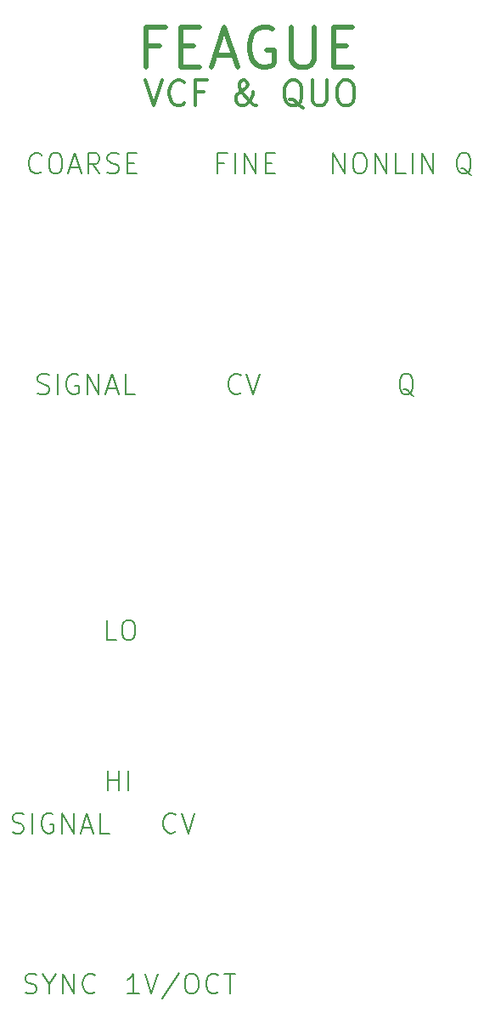
<source format=gbr>
G04 #@! TF.GenerationSoftware,KiCad,Pcbnew,(5.1.5-0)*
G04 #@! TF.CreationDate,2021-01-11T19:08:27-08:00*
G04 #@! TF.ProjectId,feague,66656167-7565-42e6-9b69-6361645f7063,rev?*
G04 #@! TF.SameCoordinates,Original*
G04 #@! TF.FileFunction,Legend,Top*
G04 #@! TF.FilePolarity,Positive*
%FSLAX46Y46*%
G04 Gerber Fmt 4.6, Leading zero omitted, Abs format (unit mm)*
G04 Created by KiCad (PCBNEW (5.1.5-0)) date 2021-01-11 19:08:27*
%MOMM*%
%LPD*%
G04 APERTURE LIST*
%ADD10C,0.200000*%
%ADD11C,0.300000*%
%ADD12C,0.500000*%
G04 APERTURE END LIST*
D10*
X114607142Y-127654761D02*
X113464285Y-127654761D01*
X114035714Y-127654761D02*
X114035714Y-125654761D01*
X113845238Y-125940476D01*
X113654761Y-126130952D01*
X113464285Y-126226190D01*
X115178571Y-125654761D02*
X115845238Y-127654761D01*
X116511904Y-125654761D01*
X118607142Y-125559523D02*
X116892857Y-128130952D01*
X119654761Y-125654761D02*
X120035714Y-125654761D01*
X120226190Y-125750000D01*
X120416666Y-125940476D01*
X120511904Y-126321428D01*
X120511904Y-126988095D01*
X120416666Y-127369047D01*
X120226190Y-127559523D01*
X120035714Y-127654761D01*
X119654761Y-127654761D01*
X119464285Y-127559523D01*
X119273809Y-127369047D01*
X119178571Y-126988095D01*
X119178571Y-126321428D01*
X119273809Y-125940476D01*
X119464285Y-125750000D01*
X119654761Y-125654761D01*
X122511904Y-127464285D02*
X122416666Y-127559523D01*
X122130952Y-127654761D01*
X121940476Y-127654761D01*
X121654761Y-127559523D01*
X121464285Y-127369047D01*
X121369047Y-127178571D01*
X121273809Y-126797619D01*
X121273809Y-126511904D01*
X121369047Y-126130952D01*
X121464285Y-125940476D01*
X121654761Y-125750000D01*
X121940476Y-125654761D01*
X122130952Y-125654761D01*
X122416666Y-125750000D01*
X122511904Y-125845238D01*
X123083333Y-125654761D02*
X124226190Y-125654761D01*
X123654761Y-127654761D02*
X123654761Y-125654761D01*
X103273809Y-127559523D02*
X103559523Y-127654761D01*
X104035714Y-127654761D01*
X104226190Y-127559523D01*
X104321428Y-127464285D01*
X104416666Y-127273809D01*
X104416666Y-127083333D01*
X104321428Y-126892857D01*
X104226190Y-126797619D01*
X104035714Y-126702380D01*
X103654761Y-126607142D01*
X103464285Y-126511904D01*
X103369047Y-126416666D01*
X103273809Y-126226190D01*
X103273809Y-126035714D01*
X103369047Y-125845238D01*
X103464285Y-125750000D01*
X103654761Y-125654761D01*
X104130952Y-125654761D01*
X104416666Y-125750000D01*
X105654761Y-126702380D02*
X105654761Y-127654761D01*
X104988095Y-125654761D02*
X105654761Y-126702380D01*
X106321428Y-125654761D01*
X106988095Y-127654761D02*
X106988095Y-125654761D01*
X108130952Y-127654761D01*
X108130952Y-125654761D01*
X110226190Y-127464285D02*
X110130952Y-127559523D01*
X109845238Y-127654761D01*
X109654761Y-127654761D01*
X109369047Y-127559523D01*
X109178571Y-127369047D01*
X109083333Y-127178571D01*
X108988095Y-126797619D01*
X108988095Y-126511904D01*
X109083333Y-126130952D01*
X109178571Y-125940476D01*
X109369047Y-125750000D01*
X109654761Y-125654761D01*
X109845238Y-125654761D01*
X110130952Y-125750000D01*
X110226190Y-125845238D01*
X118261904Y-111464285D02*
X118166666Y-111559523D01*
X117880952Y-111654761D01*
X117690476Y-111654761D01*
X117404761Y-111559523D01*
X117214285Y-111369047D01*
X117119047Y-111178571D01*
X117023809Y-110797619D01*
X117023809Y-110511904D01*
X117119047Y-110130952D01*
X117214285Y-109940476D01*
X117404761Y-109750000D01*
X117690476Y-109654761D01*
X117880952Y-109654761D01*
X118166666Y-109750000D01*
X118261904Y-109845238D01*
X118833333Y-109654761D02*
X119500000Y-111654761D01*
X120166666Y-109654761D01*
X101988095Y-111559523D02*
X102273809Y-111654761D01*
X102750000Y-111654761D01*
X102940476Y-111559523D01*
X103035714Y-111464285D01*
X103130952Y-111273809D01*
X103130952Y-111083333D01*
X103035714Y-110892857D01*
X102940476Y-110797619D01*
X102750000Y-110702380D01*
X102369047Y-110607142D01*
X102178571Y-110511904D01*
X102083333Y-110416666D01*
X101988095Y-110226190D01*
X101988095Y-110035714D01*
X102083333Y-109845238D01*
X102178571Y-109750000D01*
X102369047Y-109654761D01*
X102845238Y-109654761D01*
X103130952Y-109750000D01*
X103988095Y-111654761D02*
X103988095Y-109654761D01*
X105988095Y-109750000D02*
X105797619Y-109654761D01*
X105511904Y-109654761D01*
X105226190Y-109750000D01*
X105035714Y-109940476D01*
X104940476Y-110130952D01*
X104845238Y-110511904D01*
X104845238Y-110797619D01*
X104940476Y-111178571D01*
X105035714Y-111369047D01*
X105226190Y-111559523D01*
X105511904Y-111654761D01*
X105702380Y-111654761D01*
X105988095Y-111559523D01*
X106083333Y-111464285D01*
X106083333Y-110797619D01*
X105702380Y-110797619D01*
X106940476Y-111654761D02*
X106940476Y-109654761D01*
X108083333Y-111654761D01*
X108083333Y-109654761D01*
X108940476Y-111083333D02*
X109892857Y-111083333D01*
X108750000Y-111654761D02*
X109416666Y-109654761D01*
X110083333Y-111654761D01*
X111702380Y-111654761D02*
X110750000Y-111654761D01*
X110750000Y-109654761D01*
X111452380Y-107404761D02*
X111452380Y-105404761D01*
X111452380Y-106357142D02*
X112595238Y-106357142D01*
X112595238Y-107404761D02*
X112595238Y-105404761D01*
X113547619Y-107404761D02*
X113547619Y-105404761D01*
X112321428Y-92404761D02*
X111369047Y-92404761D01*
X111369047Y-90404761D01*
X113369047Y-90404761D02*
X113750000Y-90404761D01*
X113940476Y-90500000D01*
X114130952Y-90690476D01*
X114226190Y-91071428D01*
X114226190Y-91738095D01*
X114130952Y-92119047D01*
X113940476Y-92309523D01*
X113750000Y-92404761D01*
X113369047Y-92404761D01*
X113178571Y-92309523D01*
X112988095Y-92119047D01*
X112892857Y-91738095D01*
X112892857Y-91071428D01*
X112988095Y-90690476D01*
X113178571Y-90500000D01*
X113369047Y-90404761D01*
X142011904Y-68095238D02*
X141821428Y-68000000D01*
X141630952Y-67809523D01*
X141345238Y-67523809D01*
X141154761Y-67428571D01*
X140964285Y-67428571D01*
X141059523Y-67904761D02*
X140869047Y-67809523D01*
X140678571Y-67619047D01*
X140583333Y-67238095D01*
X140583333Y-66571428D01*
X140678571Y-66190476D01*
X140869047Y-66000000D01*
X141059523Y-65904761D01*
X141440476Y-65904761D01*
X141630952Y-66000000D01*
X141821428Y-66190476D01*
X141916666Y-66571428D01*
X141916666Y-67238095D01*
X141821428Y-67619047D01*
X141630952Y-67809523D01*
X141440476Y-67904761D01*
X141059523Y-67904761D01*
X124761904Y-67714285D02*
X124666666Y-67809523D01*
X124380952Y-67904761D01*
X124190476Y-67904761D01*
X123904761Y-67809523D01*
X123714285Y-67619047D01*
X123619047Y-67428571D01*
X123523809Y-67047619D01*
X123523809Y-66761904D01*
X123619047Y-66380952D01*
X123714285Y-66190476D01*
X123904761Y-66000000D01*
X124190476Y-65904761D01*
X124380952Y-65904761D01*
X124666666Y-66000000D01*
X124761904Y-66095238D01*
X125333333Y-65904761D02*
X126000000Y-67904761D01*
X126666666Y-65904761D01*
X104488095Y-67809523D02*
X104773809Y-67904761D01*
X105250000Y-67904761D01*
X105440476Y-67809523D01*
X105535714Y-67714285D01*
X105630952Y-67523809D01*
X105630952Y-67333333D01*
X105535714Y-67142857D01*
X105440476Y-67047619D01*
X105250000Y-66952380D01*
X104869047Y-66857142D01*
X104678571Y-66761904D01*
X104583333Y-66666666D01*
X104488095Y-66476190D01*
X104488095Y-66285714D01*
X104583333Y-66095238D01*
X104678571Y-66000000D01*
X104869047Y-65904761D01*
X105345238Y-65904761D01*
X105630952Y-66000000D01*
X106488095Y-67904761D02*
X106488095Y-65904761D01*
X108488095Y-66000000D02*
X108297619Y-65904761D01*
X108011904Y-65904761D01*
X107726190Y-66000000D01*
X107535714Y-66190476D01*
X107440476Y-66380952D01*
X107345238Y-66761904D01*
X107345238Y-67047619D01*
X107440476Y-67428571D01*
X107535714Y-67619047D01*
X107726190Y-67809523D01*
X108011904Y-67904761D01*
X108202380Y-67904761D01*
X108488095Y-67809523D01*
X108583333Y-67714285D01*
X108583333Y-67047619D01*
X108202380Y-67047619D01*
X109440476Y-67904761D02*
X109440476Y-65904761D01*
X110583333Y-67904761D01*
X110583333Y-65904761D01*
X111440476Y-67333333D02*
X112392857Y-67333333D01*
X111250000Y-67904761D02*
X111916666Y-65904761D01*
X112583333Y-67904761D01*
X114202380Y-67904761D02*
X113250000Y-67904761D01*
X113250000Y-65904761D01*
X133940476Y-45904761D02*
X133940476Y-43904761D01*
X135083333Y-45904761D01*
X135083333Y-43904761D01*
X136416666Y-43904761D02*
X136797619Y-43904761D01*
X136988095Y-44000000D01*
X137178571Y-44190476D01*
X137273809Y-44571428D01*
X137273809Y-45238095D01*
X137178571Y-45619047D01*
X136988095Y-45809523D01*
X136797619Y-45904761D01*
X136416666Y-45904761D01*
X136226190Y-45809523D01*
X136035714Y-45619047D01*
X135940476Y-45238095D01*
X135940476Y-44571428D01*
X136035714Y-44190476D01*
X136226190Y-44000000D01*
X136416666Y-43904761D01*
X138130952Y-45904761D02*
X138130952Y-43904761D01*
X139273809Y-45904761D01*
X139273809Y-43904761D01*
X141178571Y-45904761D02*
X140226190Y-45904761D01*
X140226190Y-43904761D01*
X141845238Y-45904761D02*
X141845238Y-43904761D01*
X142797619Y-45904761D02*
X142797619Y-43904761D01*
X143940476Y-45904761D01*
X143940476Y-43904761D01*
X147750000Y-46095238D02*
X147559523Y-46000000D01*
X147369047Y-45809523D01*
X147083333Y-45523809D01*
X146892857Y-45428571D01*
X146702380Y-45428571D01*
X146797619Y-45904761D02*
X146607142Y-45809523D01*
X146416666Y-45619047D01*
X146321428Y-45238095D01*
X146321428Y-44571428D01*
X146416666Y-44190476D01*
X146607142Y-44000000D01*
X146797619Y-43904761D01*
X147178571Y-43904761D01*
X147369047Y-44000000D01*
X147559523Y-44190476D01*
X147654761Y-44571428D01*
X147654761Y-45238095D01*
X147559523Y-45619047D01*
X147369047Y-45809523D01*
X147178571Y-45904761D01*
X146797619Y-45904761D01*
X123107142Y-44857142D02*
X122440476Y-44857142D01*
X122440476Y-45904761D02*
X122440476Y-43904761D01*
X123392857Y-43904761D01*
X124154761Y-45904761D02*
X124154761Y-43904761D01*
X125107142Y-45904761D02*
X125107142Y-43904761D01*
X126250000Y-45904761D01*
X126250000Y-43904761D01*
X127202380Y-44857142D02*
X127869047Y-44857142D01*
X128154761Y-45904761D02*
X127202380Y-45904761D01*
X127202380Y-43904761D01*
X128154761Y-43904761D01*
X104857142Y-45714285D02*
X104761904Y-45809523D01*
X104476190Y-45904761D01*
X104285714Y-45904761D01*
X104000000Y-45809523D01*
X103809523Y-45619047D01*
X103714285Y-45428571D01*
X103619047Y-45047619D01*
X103619047Y-44761904D01*
X103714285Y-44380952D01*
X103809523Y-44190476D01*
X104000000Y-44000000D01*
X104285714Y-43904761D01*
X104476190Y-43904761D01*
X104761904Y-44000000D01*
X104857142Y-44095238D01*
X106095238Y-43904761D02*
X106476190Y-43904761D01*
X106666666Y-44000000D01*
X106857142Y-44190476D01*
X106952380Y-44571428D01*
X106952380Y-45238095D01*
X106857142Y-45619047D01*
X106666666Y-45809523D01*
X106476190Y-45904761D01*
X106095238Y-45904761D01*
X105904761Y-45809523D01*
X105714285Y-45619047D01*
X105619047Y-45238095D01*
X105619047Y-44571428D01*
X105714285Y-44190476D01*
X105904761Y-44000000D01*
X106095238Y-43904761D01*
X107714285Y-45333333D02*
X108666666Y-45333333D01*
X107523809Y-45904761D02*
X108190476Y-43904761D01*
X108857142Y-45904761D01*
X110666666Y-45904761D02*
X110000000Y-44952380D01*
X109523809Y-45904761D02*
X109523809Y-43904761D01*
X110285714Y-43904761D01*
X110476190Y-44000000D01*
X110571428Y-44095238D01*
X110666666Y-44285714D01*
X110666666Y-44571428D01*
X110571428Y-44761904D01*
X110476190Y-44857142D01*
X110285714Y-44952380D01*
X109523809Y-44952380D01*
X111428571Y-45809523D02*
X111714285Y-45904761D01*
X112190476Y-45904761D01*
X112380952Y-45809523D01*
X112476190Y-45714285D01*
X112571428Y-45523809D01*
X112571428Y-45333333D01*
X112476190Y-45142857D01*
X112380952Y-45047619D01*
X112190476Y-44952380D01*
X111809523Y-44857142D01*
X111619047Y-44761904D01*
X111523809Y-44666666D01*
X111428571Y-44476190D01*
X111428571Y-44285714D01*
X111523809Y-44095238D01*
X111619047Y-44000000D01*
X111809523Y-43904761D01*
X112285714Y-43904761D01*
X112571428Y-44000000D01*
X113428571Y-44857142D02*
X114095238Y-44857142D01*
X114380952Y-45904761D02*
X113428571Y-45904761D01*
X113428571Y-43904761D01*
X114380952Y-43904761D01*
D11*
X115214285Y-36630952D02*
X116047619Y-39130952D01*
X116880952Y-36630952D01*
X119142857Y-38892857D02*
X119023809Y-39011904D01*
X118666666Y-39130952D01*
X118428571Y-39130952D01*
X118071428Y-39011904D01*
X117833333Y-38773809D01*
X117714285Y-38535714D01*
X117595238Y-38059523D01*
X117595238Y-37702380D01*
X117714285Y-37226190D01*
X117833333Y-36988095D01*
X118071428Y-36750000D01*
X118428571Y-36630952D01*
X118666666Y-36630952D01*
X119023809Y-36750000D01*
X119142857Y-36869047D01*
X121047619Y-37821428D02*
X120214285Y-37821428D01*
X120214285Y-39130952D02*
X120214285Y-36630952D01*
X121404761Y-36630952D01*
X126285714Y-39130952D02*
X126166666Y-39130952D01*
X125928571Y-39011904D01*
X125571428Y-38654761D01*
X124976190Y-37940476D01*
X124738095Y-37583333D01*
X124619047Y-37226190D01*
X124619047Y-36988095D01*
X124738095Y-36750000D01*
X124976190Y-36630952D01*
X125095238Y-36630952D01*
X125333333Y-36750000D01*
X125452380Y-36988095D01*
X125452380Y-37107142D01*
X125333333Y-37345238D01*
X125214285Y-37464285D01*
X124500000Y-37940476D01*
X124380952Y-38059523D01*
X124261904Y-38297619D01*
X124261904Y-38654761D01*
X124380952Y-38892857D01*
X124500000Y-39011904D01*
X124738095Y-39130952D01*
X125095238Y-39130952D01*
X125333333Y-39011904D01*
X125452380Y-38892857D01*
X125809523Y-38416666D01*
X125928571Y-38059523D01*
X125928571Y-37821428D01*
X130928571Y-39369047D02*
X130690476Y-39250000D01*
X130452380Y-39011904D01*
X130095238Y-38654761D01*
X129857142Y-38535714D01*
X129619047Y-38535714D01*
X129738095Y-39130952D02*
X129500000Y-39011904D01*
X129261904Y-38773809D01*
X129142857Y-38297619D01*
X129142857Y-37464285D01*
X129261904Y-36988095D01*
X129500000Y-36750000D01*
X129738095Y-36630952D01*
X130214285Y-36630952D01*
X130452380Y-36750000D01*
X130690476Y-36988095D01*
X130809523Y-37464285D01*
X130809523Y-38297619D01*
X130690476Y-38773809D01*
X130452380Y-39011904D01*
X130214285Y-39130952D01*
X129738095Y-39130952D01*
X131880952Y-36630952D02*
X131880952Y-38654761D01*
X132000000Y-38892857D01*
X132119047Y-39011904D01*
X132357142Y-39130952D01*
X132833333Y-39130952D01*
X133071428Y-39011904D01*
X133190476Y-38892857D01*
X133309523Y-38654761D01*
X133309523Y-36630952D01*
X134976190Y-36630952D02*
X135452380Y-36630952D01*
X135690476Y-36750000D01*
X135928571Y-36988095D01*
X136047619Y-37464285D01*
X136047619Y-38297619D01*
X135928571Y-38773809D01*
X135690476Y-39011904D01*
X135452380Y-39130952D01*
X134976190Y-39130952D01*
X134738095Y-39011904D01*
X134500000Y-38773809D01*
X134380952Y-38297619D01*
X134380952Y-37464285D01*
X134500000Y-36988095D01*
X134738095Y-36750000D01*
X134976190Y-36630952D01*
D12*
X116642857Y-33214285D02*
X115309523Y-33214285D01*
X115309523Y-35309523D02*
X115309523Y-31309523D01*
X117214285Y-31309523D01*
X118738095Y-33214285D02*
X120071428Y-33214285D01*
X120642857Y-35309523D02*
X118738095Y-35309523D01*
X118738095Y-31309523D01*
X120642857Y-31309523D01*
X122166666Y-34166666D02*
X124071428Y-34166666D01*
X121785714Y-35309523D02*
X123119047Y-31309523D01*
X124452380Y-35309523D01*
X127880952Y-31500000D02*
X127500000Y-31309523D01*
X126928571Y-31309523D01*
X126357142Y-31500000D01*
X125976190Y-31880952D01*
X125785714Y-32261904D01*
X125595238Y-33023809D01*
X125595238Y-33595238D01*
X125785714Y-34357142D01*
X125976190Y-34738095D01*
X126357142Y-35119047D01*
X126928571Y-35309523D01*
X127309523Y-35309523D01*
X127880952Y-35119047D01*
X128071428Y-34928571D01*
X128071428Y-33595238D01*
X127309523Y-33595238D01*
X129785714Y-31309523D02*
X129785714Y-34547619D01*
X129976190Y-34928571D01*
X130166666Y-35119047D01*
X130547619Y-35309523D01*
X131309523Y-35309523D01*
X131690476Y-35119047D01*
X131880952Y-34928571D01*
X132071428Y-34547619D01*
X132071428Y-31309523D01*
X133976190Y-33214285D02*
X135309523Y-33214285D01*
X135880952Y-35309523D02*
X133976190Y-35309523D01*
X133976190Y-31309523D01*
X135880952Y-31309523D01*
M02*

</source>
